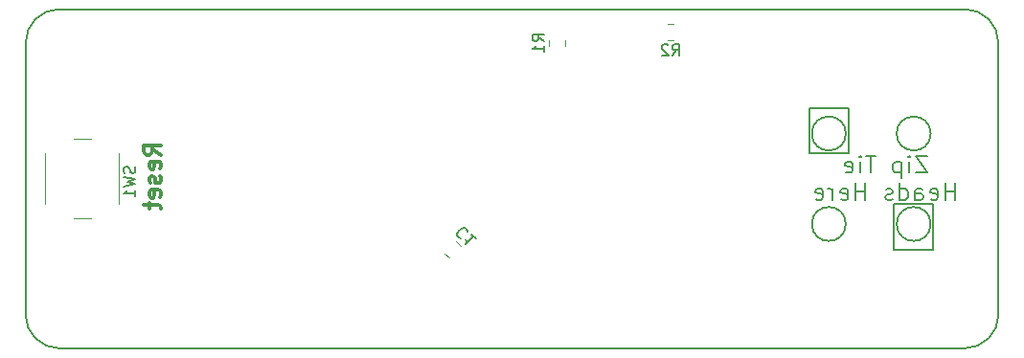
<source format=gbr>
%TF.GenerationSoftware,KiCad,Pcbnew,(6.0.7)*%
%TF.CreationDate,2023-03-06T12:08:33-08:00*%
%TF.ProjectId,Foot Pedal PCB,466f6f74-2050-4656-9461-6c205043422e,A1*%
%TF.SameCoordinates,PX8917370PY68e7780*%
%TF.FileFunction,Legend,Bot*%
%TF.FilePolarity,Positive*%
%FSLAX46Y46*%
G04 Gerber Fmt 4.6, Leading zero omitted, Abs format (unit mm)*
G04 Created by KiCad (PCBNEW (6.0.7)) date 2023-03-06 12:08:33*
%MOMM*%
%LPD*%
G01*
G04 APERTURE LIST*
%ADD10C,0.150000*%
%ADD11C,0.300000*%
%TA.AperFunction,Profile*%
%ADD12C,0.200000*%
%TD*%
%ADD13C,0.120000*%
G04 APERTURE END LIST*
D10*
X36678571Y2028929D02*
X35678571Y2028929D01*
X36678571Y528929D01*
X35678571Y528929D01*
X35107142Y528929D02*
X35107142Y1528929D01*
X35107142Y2028929D02*
X35178571Y1957500D01*
X35107142Y1886072D01*
X35035714Y1957500D01*
X35107142Y2028929D01*
X35107142Y1886072D01*
X34392857Y1528929D02*
X34392857Y28929D01*
X34392857Y1457500D02*
X34250000Y1528929D01*
X33964285Y1528929D01*
X33821428Y1457500D01*
X33750000Y1386072D01*
X33678571Y1243215D01*
X33678571Y814643D01*
X33750000Y671786D01*
X33821428Y600358D01*
X33964285Y528929D01*
X34250000Y528929D01*
X34392857Y600358D01*
X32107142Y2028929D02*
X31250000Y2028929D01*
X31678571Y528929D02*
X31678571Y2028929D01*
X30750000Y528929D02*
X30750000Y1528929D01*
X30750000Y2028929D02*
X30821428Y1957500D01*
X30750000Y1886072D01*
X30678571Y1957500D01*
X30750000Y2028929D01*
X30750000Y1886072D01*
X29464285Y600358D02*
X29607142Y528929D01*
X29892857Y528929D01*
X30035714Y600358D01*
X30107142Y743215D01*
X30107142Y1314643D01*
X30035714Y1457500D01*
X29892857Y1528929D01*
X29607142Y1528929D01*
X29464285Y1457500D01*
X29392857Y1314643D01*
X29392857Y1171786D01*
X30107142Y1028929D01*
X39142857Y-1886071D02*
X39142857Y-386071D01*
X39142857Y-1100357D02*
X38285714Y-1100357D01*
X38285714Y-1886071D02*
X38285714Y-386071D01*
X37000000Y-1814642D02*
X37142857Y-1886071D01*
X37428571Y-1886071D01*
X37571428Y-1814642D01*
X37642857Y-1671785D01*
X37642857Y-1100357D01*
X37571428Y-957500D01*
X37428571Y-886071D01*
X37142857Y-886071D01*
X37000000Y-957500D01*
X36928571Y-1100357D01*
X36928571Y-1243214D01*
X37642857Y-1386071D01*
X35642857Y-1886071D02*
X35642857Y-1100357D01*
X35714285Y-957500D01*
X35857142Y-886071D01*
X36142857Y-886071D01*
X36285714Y-957500D01*
X35642857Y-1814642D02*
X35785714Y-1886071D01*
X36142857Y-1886071D01*
X36285714Y-1814642D01*
X36357142Y-1671785D01*
X36357142Y-1528928D01*
X36285714Y-1386071D01*
X36142857Y-1314642D01*
X35785714Y-1314642D01*
X35642857Y-1243214D01*
X34285714Y-1886071D02*
X34285714Y-386071D01*
X34285714Y-1814642D02*
X34428571Y-1886071D01*
X34714285Y-1886071D01*
X34857142Y-1814642D01*
X34928571Y-1743214D01*
X35000000Y-1600357D01*
X35000000Y-1171785D01*
X34928571Y-1028928D01*
X34857142Y-957500D01*
X34714285Y-886071D01*
X34428571Y-886071D01*
X34285714Y-957500D01*
X33642857Y-1814642D02*
X33500000Y-1886071D01*
X33214285Y-1886071D01*
X33071428Y-1814642D01*
X33000000Y-1671785D01*
X33000000Y-1600357D01*
X33071428Y-1457500D01*
X33214285Y-1386071D01*
X33428571Y-1386071D01*
X33571428Y-1314642D01*
X33642857Y-1171785D01*
X33642857Y-1100357D01*
X33571428Y-957500D01*
X33428571Y-886071D01*
X33214285Y-886071D01*
X33071428Y-957500D01*
X31214285Y-1886071D02*
X31214285Y-386071D01*
X31214285Y-1100357D02*
X30357142Y-1100357D01*
X30357142Y-1886071D02*
X30357142Y-386071D01*
X29071428Y-1814642D02*
X29214285Y-1886071D01*
X29500000Y-1886071D01*
X29642857Y-1814642D01*
X29714285Y-1671785D01*
X29714285Y-1100357D01*
X29642857Y-957500D01*
X29500000Y-886071D01*
X29214285Y-886071D01*
X29071428Y-957500D01*
X29000000Y-1100357D01*
X29000000Y-1243214D01*
X29714285Y-1386071D01*
X28357142Y-1886071D02*
X28357142Y-886071D01*
X28357142Y-1171785D02*
X28285714Y-1028928D01*
X28214285Y-957500D01*
X28071428Y-886071D01*
X27928571Y-886071D01*
X26857142Y-1814642D02*
X27000000Y-1886071D01*
X27285714Y-1886071D01*
X27428571Y-1814642D01*
X27500000Y-1671785D01*
X27500000Y-1100357D01*
X27428571Y-957500D01*
X27285714Y-886071D01*
X27000000Y-886071D01*
X26857142Y-957500D01*
X26785714Y-1100357D01*
X26785714Y-1243214D01*
X27500000Y-1386071D01*
X33750000Y-2250000D02*
X37250000Y-2250000D01*
X37250000Y-2250000D02*
X37250000Y-6250000D01*
X37250000Y-6250000D02*
X33750000Y-6250000D01*
X33750000Y-6250000D02*
X33750000Y-2250000D01*
X26250000Y2250000D02*
X29750000Y2250000D01*
X29750000Y2250000D02*
X29750000Y6250000D01*
X29750000Y6250000D02*
X26250000Y6250000D01*
X26250000Y6250000D02*
X26250000Y2250000D01*
D11*
X-31071429Y2107143D02*
X-31785715Y2607143D01*
X-31071429Y2964286D02*
X-32571429Y2964286D01*
X-32571429Y2392858D01*
X-32500000Y2250000D01*
X-32428572Y2178572D01*
X-32285715Y2107143D01*
X-32071429Y2107143D01*
X-31928572Y2178572D01*
X-31857143Y2250000D01*
X-31785715Y2392858D01*
X-31785715Y2964286D01*
X-31142858Y892858D02*
X-31071429Y1035715D01*
X-31071429Y1321429D01*
X-31142858Y1464286D01*
X-31285715Y1535715D01*
X-31857143Y1535715D01*
X-32000000Y1464286D01*
X-32071429Y1321429D01*
X-32071429Y1035715D01*
X-32000000Y892858D01*
X-31857143Y821429D01*
X-31714286Y821429D01*
X-31571429Y1535715D01*
X-31142858Y250000D02*
X-31071429Y107143D01*
X-31071429Y-178571D01*
X-31142858Y-321428D01*
X-31285715Y-392857D01*
X-31357143Y-392857D01*
X-31500000Y-321428D01*
X-31571429Y-178571D01*
X-31571429Y35715D01*
X-31642858Y178572D01*
X-31785715Y250000D01*
X-31857143Y250000D01*
X-32000000Y178572D01*
X-32071429Y35715D01*
X-32071429Y-178571D01*
X-32000000Y-321428D01*
X-31142858Y-1607142D02*
X-31071429Y-1464285D01*
X-31071429Y-1178571D01*
X-31142858Y-1035714D01*
X-31285715Y-964285D01*
X-31857143Y-964285D01*
X-32000000Y-1035714D01*
X-32071429Y-1178571D01*
X-32071429Y-1464285D01*
X-32000000Y-1607142D01*
X-31857143Y-1678571D01*
X-31714286Y-1678571D01*
X-31571429Y-964285D01*
X-32071429Y-2107142D02*
X-32071429Y-2678571D01*
X-32571429Y-2321428D02*
X-31285715Y-2321428D01*
X-31142858Y-2392857D01*
X-31071429Y-2535714D01*
X-31071429Y-2678571D01*
D12*
X29500000Y-4000000D02*
G75*
G03*
X29500000Y-4000000I-1500000J0D01*
G01*
X-43000000Y12000000D02*
X-43000000Y9000000D01*
X43000000Y-9000000D02*
X43000000Y-12000000D01*
X40000000Y15000000D02*
X-40000000Y15000000D01*
X43000000Y12000000D02*
G75*
G03*
X40000000Y15000000I-3000000J0D01*
G01*
X-43000000Y-12000000D02*
G75*
G03*
X-40000000Y-15000000I3000000J0D01*
G01*
X43000000Y9000000D02*
X43000000Y-9000000D01*
X43000000Y9000000D02*
X43000000Y12000000D01*
X40000000Y-15000000D02*
X-40000000Y-15000000D01*
X29500000Y4000000D02*
G75*
G03*
X29500000Y4000000I-1500000J0D01*
G01*
X-43000000Y-12000000D02*
X-43000000Y-9000000D01*
X37000000Y4000000D02*
G75*
G03*
X37000000Y4000000I-1500000J0D01*
G01*
X-40000000Y15000000D02*
G75*
G03*
X-43000000Y12000000I0J-3000000D01*
G01*
X36999997Y-4000000D02*
G75*
G03*
X36999997Y-4000000I-1500000J0D01*
G01*
X-43000000Y-9000000D02*
X-43000000Y9000000D01*
X40000000Y-15000000D02*
G75*
G03*
X43000000Y-12000000I0J3000000D01*
G01*
D10*
%TO.C,SW1*%
X-33345239Y1083334D02*
X-33297620Y940477D01*
X-33297620Y702381D01*
X-33345239Y607143D01*
X-33392858Y559524D01*
X-33488096Y511905D01*
X-33583334Y511905D01*
X-33678572Y559524D01*
X-33726191Y607143D01*
X-33773810Y702381D01*
X-33821429Y892858D01*
X-33869048Y988096D01*
X-33916667Y1035715D01*
X-34011905Y1083334D01*
X-34107143Y1083334D01*
X-34202381Y1035715D01*
X-34250000Y988096D01*
X-34297620Y892858D01*
X-34297620Y654762D01*
X-34250000Y511905D01*
X-34297620Y178572D02*
X-33297620Y-59523D01*
X-34011905Y-250000D01*
X-33297620Y-440476D01*
X-34297620Y-678571D01*
X-33297620Y-1583333D02*
X-33297620Y-1011904D01*
X-33297620Y-1297619D02*
X-34297620Y-1297619D01*
X-34154762Y-1202380D01*
X-34059524Y-1107142D01*
X-34011905Y-1011904D01*
%TO.C,R1*%
X2802380Y12166667D02*
X2326190Y12500000D01*
X2802380Y12738096D02*
X1802380Y12738096D01*
X1802380Y12357143D01*
X1850000Y12261905D01*
X1897619Y12214286D01*
X1992857Y12166667D01*
X2135714Y12166667D01*
X2230952Y12214286D01*
X2278571Y12261905D01*
X2326190Y12357143D01*
X2326190Y12738096D01*
X2802380Y11214286D02*
X2802380Y11785715D01*
X2802380Y11500000D02*
X1802380Y11500000D01*
X1945238Y11595239D01*
X2040476Y11690477D01*
X2088095Y11785715D01*
%TO.C,R2*%
X14166666Y10897620D02*
X14500000Y11373810D01*
X14738095Y10897620D02*
X14738095Y11897620D01*
X14357142Y11897620D01*
X14261904Y11850000D01*
X14214285Y11802381D01*
X14166666Y11707143D01*
X14166666Y11564286D01*
X14214285Y11469048D01*
X14261904Y11421429D01*
X14357142Y11373810D01*
X14738095Y11373810D01*
X13785714Y11802381D02*
X13738095Y11850000D01*
X13642857Y11897620D01*
X13404761Y11897620D01*
X13309523Y11850000D01*
X13261904Y11802381D01*
X13214285Y11707143D01*
X13214285Y11611905D01*
X13261904Y11469048D01*
X13833333Y10897620D01*
X13214285Y10897620D01*
%TO.C,C1*%
X-3927374Y-4691671D02*
X-3927374Y-4624328D01*
X-3994718Y-4489641D01*
X-4062061Y-4422297D01*
X-4196749Y-4354954D01*
X-4331436Y-4354954D01*
X-4432451Y-4388625D01*
X-4600810Y-4489641D01*
X-4701825Y-4590656D01*
X-4802840Y-4759015D01*
X-4836512Y-4860030D01*
X-4836512Y-4994717D01*
X-4769168Y-5129404D01*
X-4701825Y-5196748D01*
X-4567138Y-5264091D01*
X-4499794Y-5264091D01*
X-3186596Y-5297763D02*
X-3590657Y-4893702D01*
X-3388626Y-5095732D02*
X-4095733Y-5802839D01*
X-4062061Y-5634480D01*
X-4062061Y-5499793D01*
X-4095733Y-5398778D01*
D13*
%TO.C,SW1*%
X-41250000Y-2250000D02*
X-41250000Y2250000D01*
X-34750000Y2250000D02*
X-34750000Y-2250000D01*
X-38750000Y3500000D02*
X-37250000Y3500000D01*
X-37250000Y-3500000D02*
X-38750000Y-3500000D01*
%TO.C,R1*%
X3265000Y12227064D02*
X3265000Y11772936D01*
X4735000Y12227064D02*
X4735000Y11772936D01*
%TO.C,R2*%
X13772936Y12265000D02*
X14227064Y12265000D01*
X13772936Y13735000D02*
X14227064Y13735000D01*
%TO.C,C1*%
X-4545543Y-5915010D02*
X-4915010Y-5545543D01*
X-5584990Y-6954457D02*
X-5954457Y-6584990D01*
%TD*%
M02*

</source>
